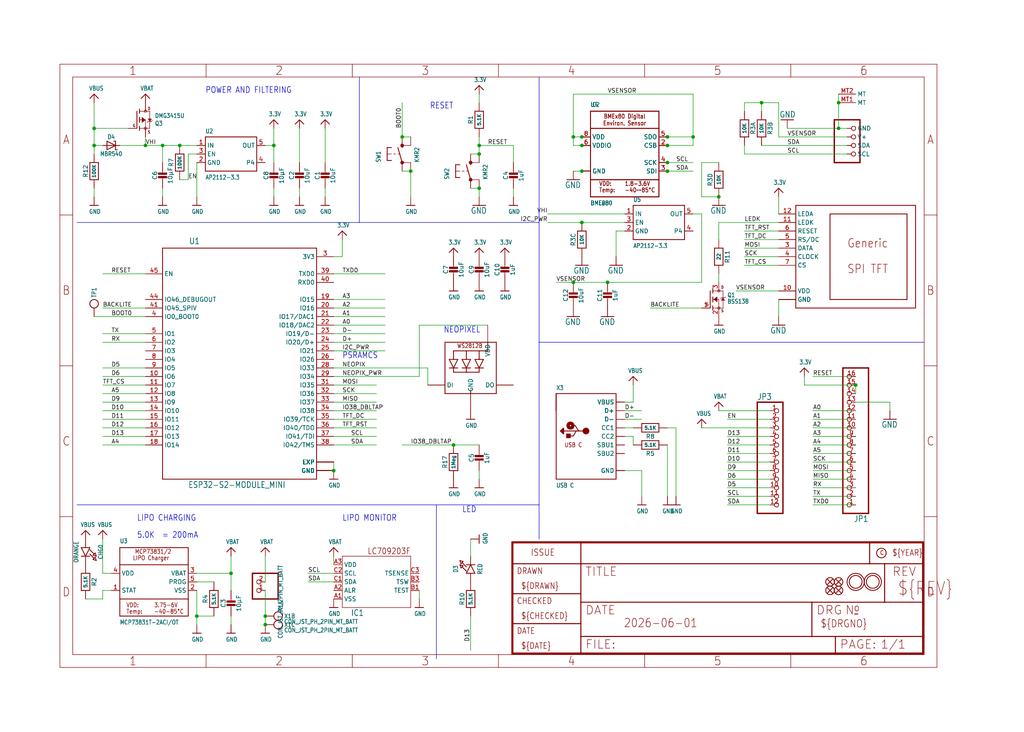
<source format=kicad_sch>
(kicad_sch (version 20230121) (generator eeschema)
  (paper "User" 303.962 217.322)
  (junction (at 27.94 43.18))
  (junction (at 198.12 50.8))
  (junction (at 226.06 30.48))
  (junction (at 142.24 43.18))
  (junction (at 254 114.3))
  (junction (at 81.28 43.18))
  (junction (at 48.26 43.18))
  (junction (at 198.12 40.64))
  (junction (at 248.92 30.48))
  (junction (at 119.38 40.64))
  (junction (at 121.92 50.8))
  (junction (at 78.74 185.42))
  (junction (at 142.24 45.72))
  (junction (at 27.94 38.1))
  (junction (at 142.24 55.88))
  (junction (at 180.34 83.82))
  (junction (at 53.34 43.18))
  (junction (at 172.72 43.18))
  (junction (at 99.06 139.7))
  (junction (at 170.18 40.64))
  (junction (at 170.18 83.82))
  (junction (at 172.72 40.64))
  (junction (at 58.42 182.88))
  (junction (at 68.58 170.18))
  (junction (at 248.92 38.1))
  (junction (at 134.62 132.08))
  (junction (at 78.74 182.88))
  (junction (at 213.36 58.42))
  (junction (at 172.72 66.04))
  (junction (at 198.12 48.26))
  (junction (at 172.72 50.8))
  (junction (at 205.74 40.64))
  (junction (at 43.18 43.18))
  (junction (at 198.12 43.18))
  (wire (pts (xy 200.66 127) (xy 200.66 147.32)) (stroke (width 0.1524)))
  (wire (pts (xy 30.48 177.8) (xy 30.48 175.26)) (stroke (width 0.1524)))
  (wire (pts (xy 208.28 58.42) (xy 208.28 48.26)) (stroke (width 0.1524)))
  (wire (pts (xy 185.42 127) (xy 187.96 127)) (stroke (width 0.1524)))
  (wire (pts (xy 53.34 43.18) (xy 48.26 43.18)) (stroke (width 0.1524)))
  (wire (pts (xy 99.06 116.84) (xy 111.76 116.84)) (stroke (width 0.1524)))
  (wire (pts (xy 27.94 45.72) (xy 27.94 43.18)) (stroke (width 0.1524)))
  (wire (pts (xy 187.96 119.38) (xy 187.96 114.3)) (stroke (width 0.1524)))
  (wire (pts (xy 213.36 81.28) (xy 213.36 83.82)) (stroke (width 0.1524)))
  (wire (pts (xy 43.18 101.6) (xy 30.48 101.6)) (stroke (width 0.1524)))
  (wire (pts (xy 99.06 104.14) (xy 114.3 104.14)) (stroke (width 0.1524)))
  (wire (pts (xy 58.42 43.18) (xy 53.34 43.18)) (stroke (width 0.1524)))
  (wire (pts (xy 215.9 137.16) (xy 228.6 137.16)) (stroke (width 0.1524)))
  (wire (pts (xy 96.52 38.1) (xy 96.52 48.26)) (stroke (width 0.1524)))
  (wire (pts (xy 190.5 139.7) (xy 185.42 139.7)) (stroke (width 0.1524)))
  (wire (pts (xy 215.9 139.7) (xy 228.6 139.7)) (stroke (width 0.1524)))
  (wire (pts (xy 170.18 50.8) (xy 172.72 50.8)) (stroke (width 0.1524)))
  (wire (pts (xy 43.18 43.18) (xy 48.26 43.18)) (stroke (width 0.1524)))
  (wire (pts (xy 238.76 111.76) (xy 238.76 114.3)) (stroke (width 0.1524)))
  (wire (pts (xy 53.34 53.34) (xy 55.88 53.34)) (stroke (width 0.1524)))
  (wire (pts (xy 208.28 83.82) (xy 208.28 63.5)) (stroke (width 0.1524)))
  (wire (pts (xy 254 144.78) (xy 241.3 144.78)) (stroke (width 0.1524)))
  (wire (pts (xy 251.46 45.72) (xy 220.98 45.72)) (stroke (width 0.1524)))
  (wire (pts (xy 182.88 68.58) (xy 182.88 76.2)) (stroke (width 0.1524)))
  (wire (pts (xy 208.28 58.42) (xy 213.36 58.42)) (stroke (width 0.1524)))
  (wire (pts (xy 231.14 30.48) (xy 226.06 30.48)) (stroke (width 0.1524)))
  (wire (pts (xy 38.1 38.1) (xy 27.94 38.1)) (stroke (width 0.1524)))
  (wire (pts (xy 170.18 27.94) (xy 205.74 27.94)) (stroke (width 0.1524)))
  (wire (pts (xy 205.74 63.5) (xy 208.28 63.5)) (stroke (width 0.1524)))
  (wire (pts (xy 228.6 144.78) (xy 215.9 144.78)) (stroke (width 0.1524)))
  (wire (pts (xy 35.56 43.18) (xy 43.18 43.18)) (stroke (width 0.1524)))
  (wire (pts (xy 99.06 101.6) (xy 114.3 101.6)) (stroke (width 0.1524)))
  (wire (pts (xy 142.24 43.18) (xy 142.24 45.72)) (stroke (width 0.1524)))
  (wire (pts (xy 99.06 88.9) (xy 114.3 88.9)) (stroke (width 0.1524)))
  (wire (pts (xy 185.42 129.54) (xy 187.96 129.54)) (stroke (width 0.1524)))
  (wire (pts (xy 264.16 119.38) (xy 264.16 121.92)) (stroke (width 0.1524)))
  (wire (pts (xy 25.4 177.8) (xy 30.48 177.8)) (stroke (width 0.1524)))
  (polyline (pts (xy 129.54 149.86) (xy 22.86 149.86)) (stroke (width 0.1524) (type solid)))
  (wire (pts (xy 205.74 27.94) (xy 205.74 40.64)) (stroke (width 0.1524)))
  (wire (pts (xy 81.28 48.26) (xy 81.28 43.18)) (stroke (width 0.1524)))
  (wire (pts (xy 99.06 132.08) (xy 111.76 132.08)) (stroke (width 0.1524)))
  (wire (pts (xy 231.14 76.2) (xy 220.98 76.2)) (stroke (width 0.1524)))
  (wire (pts (xy 215.9 149.86) (xy 228.6 149.86)) (stroke (width 0.1524)))
  (wire (pts (xy 231.14 63.5) (xy 231.14 58.42)) (stroke (width 0.1524)))
  (wire (pts (xy 248.92 27.94) (xy 248.92 30.48)) (stroke (width 0.1524)))
  (wire (pts (xy 139.7 55.88) (xy 142.24 55.88)) (stroke (width 0.1524)))
  (wire (pts (xy 119.38 50.8) (xy 121.92 50.8)) (stroke (width 0.1524)))
  (wire (pts (xy 124.46 111.76) (xy 124.46 96.52)) (stroke (width 0.1524)))
  (wire (pts (xy 96.52 55.88) (xy 96.52 58.42)) (stroke (width 0.1524)))
  (wire (pts (xy 231.14 71.12) (xy 220.98 71.12)) (stroke (width 0.1524)))
  (wire (pts (xy 43.18 40.64) (xy 43.18 43.18)) (stroke (width 0.1524)))
  (wire (pts (xy 81.28 55.88) (xy 81.28 58.42)) (stroke (width 0.1524)))
  (wire (pts (xy 172.72 66.04) (xy 162.56 66.04)) (stroke (width 0.1524)))
  (polyline (pts (xy 22.86 66.04) (xy 106.68 66.04)) (stroke (width 0.1524) (type solid)))
  (wire (pts (xy 215.9 132.08) (xy 228.6 132.08)) (stroke (width 0.1524)))
  (polyline (pts (xy 160.02 66.04) (xy 106.68 66.04)) (stroke (width 0.1524) (type solid)))
  (wire (pts (xy 228.6 134.62) (xy 215.9 134.62)) (stroke (width 0.1524)))
  (wire (pts (xy 68.58 165.1) (xy 68.58 170.18)) (stroke (width 0.1524)))
  (wire (pts (xy 139.7 182.88) (xy 139.7 193.04)) (stroke (width 0.1524)))
  (wire (pts (xy 231.14 86.36) (xy 218.44 86.36)) (stroke (width 0.1524)))
  (wire (pts (xy 43.18 129.54) (xy 30.48 129.54)) (stroke (width 0.1524)))
  (wire (pts (xy 78.74 185.42) (xy 78.74 182.88)) (stroke (width 0.1524)))
  (wire (pts (xy 198.12 48.26) (xy 205.74 48.26)) (stroke (width 0.1524)))
  (wire (pts (xy 170.18 40.64) (xy 170.18 27.94)) (stroke (width 0.1524)))
  (wire (pts (xy 241.3 147.32) (xy 254 147.32)) (stroke (width 0.1524)))
  (wire (pts (xy 30.48 160.02) (xy 30.48 170.18)) (stroke (width 0.1524)))
  (wire (pts (xy 180.34 83.82) (xy 208.28 83.82)) (stroke (width 0.1524)))
  (polyline (pts (xy 160.02 101.6) (xy 160.02 66.04)) (stroke (width 0.1524) (type solid)))
  (wire (pts (xy 119.38 40.64) (xy 121.92 40.64)) (stroke (width 0.1524)))
  (wire (pts (xy 205.74 40.64) (xy 205.74 43.18)) (stroke (width 0.1524)))
  (wire (pts (xy 55.88 45.72) (xy 58.42 45.72)) (stroke (width 0.1524)))
  (wire (pts (xy 91.44 172.72) (xy 99.06 172.72)) (stroke (width 0.1524)))
  (polyline (pts (xy 160.02 160.02) (xy 160.02 149.86)) (stroke (width 0.1524) (type solid)))
  (wire (pts (xy 165.1 83.82) (xy 170.18 83.82)) (stroke (width 0.1524)))
  (polyline (pts (xy 160.02 66.04) (xy 160.02 22.86)) (stroke (width 0.1524) (type solid)))
  (wire (pts (xy 254 134.62) (xy 241.3 134.62)) (stroke (width 0.1524)))
  (wire (pts (xy 111.76 124.46) (xy 99.06 124.46)) (stroke (width 0.1524)))
  (wire (pts (xy 43.18 132.08) (xy 30.48 132.08)) (stroke (width 0.1524)))
  (wire (pts (xy 88.9 55.88) (xy 88.9 58.42)) (stroke (width 0.1524)))
  (wire (pts (xy 99.06 96.52) (xy 114.3 96.52)) (stroke (width 0.1524)))
  (wire (pts (xy 68.58 175.26) (xy 68.58 170.18)) (stroke (width 0.1524)))
  (wire (pts (xy 142.24 142.24) (xy 142.24 139.7)) (stroke (width 0.1524)))
  (wire (pts (xy 198.12 132.08) (xy 198.12 147.32)) (stroke (width 0.1524)))
  (wire (pts (xy 185.42 68.58) (xy 182.88 68.58)) (stroke (width 0.1524)))
  (wire (pts (xy 124.46 96.52) (xy 144.78 96.52)) (stroke (width 0.1524)))
  (wire (pts (xy 99.06 114.3) (xy 111.76 114.3)) (stroke (width 0.1524)))
  (wire (pts (xy 228.6 127) (xy 208.28 127)) (stroke (width 0.1524)))
  (wire (pts (xy 142.24 27.94) (xy 142.24 30.48)) (stroke (width 0.1524)))
  (wire (pts (xy 152.4 58.42) (xy 152.4 55.88)) (stroke (width 0.1524)))
  (wire (pts (xy 254 121.92) (xy 241.3 121.92)) (stroke (width 0.1524)))
  (wire (pts (xy 254 124.46) (xy 241.3 124.46)) (stroke (width 0.1524)))
  (wire (pts (xy 231.14 73.66) (xy 220.98 73.66)) (stroke (width 0.1524)))
  (wire (pts (xy 185.42 63.5) (xy 162.56 63.5)) (stroke (width 0.1524)))
  (wire (pts (xy 99.06 76.2) (xy 101.6 76.2)) (stroke (width 0.1524)))
  (wire (pts (xy 213.36 66.04) (xy 231.14 66.04)) (stroke (width 0.1524)))
  (wire (pts (xy 198.12 43.18) (xy 205.74 43.18)) (stroke (width 0.1524)))
  (wire (pts (xy 99.06 119.38) (xy 111.76 119.38)) (stroke (width 0.1524)))
  (wire (pts (xy 81.28 43.18) (xy 81.28 38.1)) (stroke (width 0.1524)))
  (wire (pts (xy 142.24 40.64) (xy 142.24 43.18)) (stroke (width 0.1524)))
  (wire (pts (xy 251.46 43.18) (xy 226.06 43.18)) (stroke (width 0.1524)))
  (wire (pts (xy 99.06 121.92) (xy 111.76 121.92)) (stroke (width 0.1524)))
  (wire (pts (xy 99.06 93.98) (xy 114.3 93.98)) (stroke (width 0.1524)))
  (polyline (pts (xy 106.68 66.04) (xy 106.68 22.86)) (stroke (width 0.1524) (type solid)))
  (wire (pts (xy 43.18 81.28) (xy 30.48 81.28)) (stroke (width 0.1524)))
  (wire (pts (xy 27.94 43.18) (xy 27.94 38.1)) (stroke (width 0.1524)))
  (wire (pts (xy 78.74 182.88) (xy 78.74 175.26)) (stroke (width 0.1524)))
  (wire (pts (xy 142.24 43.18) (xy 152.4 43.18)) (stroke (width 0.1524)))
  (polyline (pts (xy 160.02 149.86) (xy 129.54 149.86)) (stroke (width 0.1524) (type solid)))
  (wire (pts (xy 254 116.84) (xy 254 114.3)) (stroke (width 0.1524)))
  (wire (pts (xy 231.14 40.64) (xy 251.46 40.64)) (stroke (width 0.1524)))
  (wire (pts (xy 220.98 45.72) (xy 220.98 43.18)) (stroke (width 0.1524)))
  (wire (pts (xy 99.06 170.18) (xy 91.44 170.18)) (stroke (width 0.1524)))
  (wire (pts (xy 228.6 129.54) (xy 215.9 129.54)) (stroke (width 0.1524)))
  (polyline (pts (xy 160.02 149.86) (xy 160.02 101.6)) (stroke (width 0.1524) (type solid)))
  (wire (pts (xy 241.3 129.54) (xy 254 129.54)) (stroke (width 0.1524)))
  (wire (pts (xy 172.72 40.64) (xy 170.18 40.64)) (stroke (width 0.1524)))
  (wire (pts (xy 121.92 50.8) (xy 121.92 58.42)) (stroke (width 0.1524)))
  (wire (pts (xy 248.92 30.48) (xy 248.92 38.1)) (stroke (width 0.1524)))
  (wire (pts (xy 58.42 172.72) (xy 63.5 172.72)) (stroke (width 0.1524)))
  (wire (pts (xy 119.38 40.64) (xy 119.38 30.48)) (stroke (width 0.1524)))
  (wire (pts (xy 226.06 30.48) (xy 226.06 33.02)) (stroke (width 0.1524)))
  (wire (pts (xy 30.48 99.06) (xy 43.18 99.06)) (stroke (width 0.1524)))
  (wire (pts (xy 99.06 129.54) (xy 111.76 129.54)) (stroke (width 0.1524)))
  (wire (pts (xy 55.88 53.34) (xy 55.88 45.72)) (stroke (width 0.1524)))
  (wire (pts (xy 43.18 91.44) (xy 30.48 91.44)) (stroke (width 0.1524)))
  (wire (pts (xy 190.5 147.32) (xy 190.5 139.7)) (stroke (width 0.1524)))
  (wire (pts (xy 43.18 116.84) (xy 30.48 116.84)) (stroke (width 0.1524)))
  (wire (pts (xy 142.24 45.72) (xy 139.7 45.72)) (stroke (width 0.1524)))
  (wire (pts (xy 254 119.38) (xy 264.16 119.38)) (stroke (width 0.1524)))
  (wire (pts (xy 99.06 81.28) (xy 114.3 81.28)) (stroke (width 0.1524)))
  (wire (pts (xy 58.42 182.88) (xy 58.42 185.42)) (stroke (width 0.1524)))
  (wire (pts (xy 215.9 142.24) (xy 228.6 142.24)) (stroke (width 0.1524)))
  (wire (pts (xy 99.06 109.22) (xy 127 109.22)) (stroke (width 0.1524)))
  (polyline (pts (xy 129.54 149.86) (xy 129.54 195.58)) (stroke (width 0.1524) (type solid)))
  (wire (pts (xy 99.06 91.44) (xy 114.3 91.44)) (stroke (width 0.1524)))
  (wire (pts (xy 213.36 66.04) (xy 213.36 71.12)) (stroke (width 0.1524)))
  (wire (pts (xy 27.94 38.1) (xy 27.94 30.48)) (stroke (width 0.1524)))
  (wire (pts (xy 198.12 50.8) (xy 205.74 50.8)) (stroke (width 0.1524)))
  (wire (pts (xy 43.18 124.46) (xy 30.48 124.46)) (stroke (width 0.1524)))
  (wire (pts (xy 58.42 170.18) (xy 68.58 170.18)) (stroke (width 0.1524)))
  (wire (pts (xy 127 109.22) (xy 127 114.3)) (stroke (width 0.1524)))
  (wire (pts (xy 254 132.08) (xy 241.3 132.08)) (stroke (width 0.1524)))
  (wire (pts (xy 99.06 99.06) (xy 114.3 99.06)) (stroke (width 0.1524)))
  (wire (pts (xy 30.48 175.26) (xy 33.02 175.26)) (stroke (width 0.1524)))
  (wire (pts (xy 185.42 119.38) (xy 187.96 119.38)) (stroke (width 0.1524)))
  (wire (pts (xy 63.5 182.88) (xy 58.42 182.88)) (stroke (width 0.1524)))
  (wire (pts (xy 185.42 121.92) (xy 190.5 121.92)) (stroke (width 0.1524)))
  (wire (pts (xy 248.92 38.1) (xy 233.68 38.1)) (stroke (width 0.1524)))
  (wire (pts (xy 139.7 165.1) (xy 139.7 160.02)) (stroke (width 0.1524)))
  (wire (pts (xy 231.14 68.58) (xy 220.98 68.58)) (stroke (width 0.1524)))
  (wire (pts (xy 228.6 147.32) (xy 215.9 147.32)) (stroke (width 0.1524)))
  (wire (pts (xy 78.74 43.18) (xy 81.28 43.18)) (stroke (width 0.1524)))
  (wire (pts (xy 30.48 111.76) (xy 43.18 111.76)) (stroke (width 0.1524)))
  (wire (pts (xy 220.98 30.48) (xy 226.06 30.48)) (stroke (width 0.1524)))
  (wire (pts (xy 68.58 182.88) (xy 68.58 185.42)) (stroke (width 0.1524)))
  (wire (pts (xy 134.62 132.08) (xy 119.38 132.08)) (stroke (width 0.1524)))
  (wire (pts (xy 170.18 43.18) (xy 170.18 40.64)) (stroke (width 0.1524)))
  (wire (pts (xy 254 139.7) (xy 241.3 139.7)) (stroke (width 0.1524)))
  (wire (pts (xy 30.48 121.92) (xy 43.18 121.92)) (stroke (width 0.1524)))
  (wire (pts (xy 254 149.86) (xy 241.3 149.86)) (stroke (width 0.1524)))
  (wire (pts (xy 241.3 142.24) (xy 254 142.24)) (stroke (width 0.1524)))
  (wire (pts (xy 198.12 127) (xy 200.66 127)) (stroke (width 0.1524)))
  (wire (pts (xy 30.48 127) (xy 43.18 127)) (stroke (width 0.1524)))
  (wire (pts (xy 43.18 114.3) (xy 30.48 114.3)) (stroke (width 0.1524)))
  (wire (pts (xy 99.06 127) (xy 111.76 127)) (stroke (width 0.1524)))
  (wire (pts (xy 30.48 43.18) (xy 27.94 43.18)) (stroke (width 0.1524)))
  (wire (pts (xy 215.9 124.46) (xy 228.6 124.46)) (stroke (width 0.1524)))
  (wire (pts (xy 99.06 165.1) (xy 99.06 167.64)) (stroke (width 0.1524)))
  (wire (pts (xy 254 111.76) (xy 241.3 111.76)) (stroke (width 0.1524)))
  (wire (pts (xy 185.42 66.04) (xy 172.72 66.04)) (stroke (width 0.1524)))
  (wire (pts (xy 78.74 165.1) (xy 78.74 172.72)) (stroke (width 0.1524)))
  (wire (pts (xy 99.06 111.76) (xy 124.46 111.76)) (stroke (width 0.1524)))
  (wire (pts (xy 213.36 121.92) (xy 228.6 121.92)) (stroke (width 0.1524)))
  (wire (pts (xy 172.72 43.18) (xy 170.18 43.18)) (stroke (width 0.1524)))
  (wire (pts (xy 48.26 55.88) (xy 48.26 58.42)) (stroke (width 0.1524)))
  (wire (pts (xy 142.24 55.88) (xy 142.24 58.42)) (stroke (width 0.1524)))
  (wire (pts (xy 124.46 177.8) (xy 124.46 175.26)) (stroke (width 0.1524)))
  (wire (pts (xy 185.42 124.46) (xy 190.5 124.46)) (stroke (width 0.1524)))
  (wire (pts (xy 43.18 93.98) (xy 27.94 93.98)) (stroke (width 0.1524)))
  (wire (pts (xy 231.14 78.74) (xy 220.98 78.74)) (stroke (width 0.1524)))
  (wire (pts (xy 170.18 83.82) (xy 180.34 83.82)) (stroke (width 0.1524)))
  (wire (pts (xy 43.18 109.22) (xy 30.48 109.22)) (stroke (width 0.1524)))
  (wire (pts (xy 152.4 48.26) (xy 152.4 43.18)) (stroke (width 0.1524)))
  (wire (pts (xy 254 127) (xy 241.3 127)) (stroke (width 0.1524)))
  (wire (pts (xy 58.42 175.26) (xy 58.42 182.88)) (stroke (width 0.1524)))
  (wire (pts (xy 43.18 119.38) (xy 30.48 119.38)) (stroke (width 0.1524)))
  (wire (pts (xy 27.94 58.42) (xy 27.94 55.88)) (stroke (width 0.1524)))
  (wire (pts (xy 142.24 132.08) (xy 134.62 132.08)) (stroke (width 0.1524)))
  (wire (pts (xy 231.14 40.64) (xy 231.14 30.48)) (stroke (width 0.1524)))
  (wire (pts (xy 231.14 93.98) (xy 231.14 88.9)) (stroke (width 0.1524)))
  (wire (pts (xy 101.6 76.2) (xy 101.6 71.12)) (stroke (width 0.1524)))
  (wire (pts (xy 198.12 40.64) (xy 205.74 40.64)) (stroke (width 0.1524)))
  (wire (pts (xy 88.9 38.1) (xy 88.9 48.26)) (stroke (width 0.1524)))
  (wire (pts (xy 220.98 33.02) (xy 220.98 30.48)) (stroke (width 0.1524)))
  (wire (pts (xy 187.96 129.54) (xy 187.96 132.08)) (stroke (width 0.1524)))
  (wire (pts (xy 208.28 48.26) (xy 213.36 48.26)) (stroke (width 0.1524)))
  (wire (pts (xy 193.04 91.44) (xy 208.28 91.44)) (stroke (width 0.1524)))
  (wire (pts (xy 99.06 137.16) (xy 99.06 139.7)) (stroke (width 0.1524)))
  (polyline (pts (xy 274.32 101.6) (xy 160.02 101.6)) (stroke (width 0.1524) (type solid)))
  (wire (pts (xy 48.26 43.18) (xy 48.26 48.26)) (stroke (width 0.1524)))
  (wire (pts (xy 58.42 48.26) (xy 58.42 58.42)) (stroke (width 0.1524)))
  (wire (pts (xy 238.76 114.3) (xy 254 114.3)) (stroke (width 0.1524)))
  (wire (pts (xy 248.92 38.1) (xy 251.46 38.1)) (stroke (width 0.1524)))
  (wire (pts (xy 30.48 170.18) (xy 33.02 170.18)) (stroke (width 0.1524)))
  (wire (pts (xy 254 137.16) (xy 241.3 137.16)) (stroke (width 0.1524)))
  (text "LIPO CHARGING" (at 40.64 154.94 0) (effects (font (size 1.778 1.5113)) (justify left bottom)))
  (text "RESET" (at 134.62 30.48 0) (effects (font (size 1.778 1.5113)) (justify right top)))
  (text "PSRAMCS" (at 101.6 106.68 0) (effects (font (size 1.778 1.5113)) (justify left bottom)))
  (text "5.0K  = 200mA" (at 40.64 160.02 0) (effects (font (size 1.778 1.5113)) (justify left bottom)))
  (text "POWER AND FILTERING" (at 60.96 27.94 0) (effects (font (size 1.778 1.5113)) (justify left bottom)))
  (text "LIPO MONITOR" (at 101.6 154.94 0) (effects (font (size 1.778 1.5113)) (justify left bottom)))
  (text "NEOPIXEL" (at 137.16 99.06 0) (effects (font (size 1.778 1.5113)) (justify bottom)))
  (text "LED" (at 137.16 152.4 0) (effects (font (size 1.778 1.5113)) (justify left bottom)))
  (label "EN" (at 215.9 124.46 0) (effects (font (size 1.2446 1.2446))))
  (label "MOSI" (at 241.3 139.7 0) (effects (font (size 1.2446 1.2446))))
  (label "VHI" (at 43.18 43.18 0) (effects (font (size 1.2446 1.2446))))
  (label "A5" (at 241.3 134.62 0) (effects (font (size 1.2446 1.2446))))
  (label "RESET" (at 144.78 43.18 0) (effects (font (size 1.2446 1.2446))))
  (label "BACKLITE" (at 193.04 91.44 0) (effects (font (size 1.2446 1.2446))))
  (label "A1" (at 241.3 124.46 0) (effects (font (size 1.2446 1.2446))))
  (label "D13" (at 139.7 190.5 90) (effects (font (size 1.2446 1.2446))))
  (label "A2" (at 241.3 127 0) (effects (font (size 1.2446 1.2446))))
  (label "NEOPIX_PWR" (at 101.6 111.76 0) (effects (font (size 1.2446 1.2446))))
  (label "BOOT0" (at 33.02 93.98 0) (effects (font (size 1.2446 1.2446))))
  (label "SCK" (at 241.3 137.16 0) (effects (font (size 1.2446 1.2446))))
  (label "SCL" (at 91.44 170.18 0) (effects (font (size 1.2446 1.2446))))
  (label "MISO" (at 241.3 142.24 0) (effects (font (size 1.2446 1.2446))))
  (label "A0" (at 241.3 121.92 0) (effects (font (size 1.2446 1.2446))))
  (label "NEOPIX" (at 101.6 109.22 0) (effects (font (size 1.2446 1.2446))))
  (label "RX" (at 241.3 144.78 0) (effects (font (size 1.2446 1.2446))))
  (label "SDA" (at 104.14 132.08 0) (effects (font (size 1.2446 1.2446))))
  (label "SCL" (at 215.9 147.32 0) (effects (font (size 1.2446 1.2446))))
  (label "SCL" (at 104.14 129.54 0) (effects (font (size 1.2446 1.2446))))
  (label "D5" (at 215.9 144.78 0) (effects (font (size 1.2446 1.2446))))
  (label "SCL" (at 233.68 45.72 0) (effects (font (size 1.2446 1.2446))))
  (label "MOSI" (at 220.98 73.66 0) (effects (font (size 1.2446 1.2446))))
  (label "TFT_DC" (at 220.98 71.12 0) (effects (font (size 1.2446 1.2446))))
  (label "VSENSOR" (at 233.68 40.64 0) (effects (font (size 1.2446 1.2446))))
  (label "RESET" (at 241.3 111.76 0) (effects (font (size 1.2446 1.2446))))
  (label "SDA" (at 233.68 43.18 0) (effects (font (size 1.2446 1.2446))))
  (label "SDA" (at 200.66 50.8 0) (effects (font (size 1.2446 1.2446))))
  (label "D5" (at 33.02 109.22 0) (effects (font (size 1.2446 1.2446))))
  (label "TFT_CS" (at 220.98 78.74 0) (effects (font (size 1.2446 1.2446))))
  (label "MISO" (at 101.6 119.38 0) (effects (font (size 1.2446 1.2446))))
  (label "A3" (at 101.6 88.9 0) (effects (font (size 1.2446 1.2446))))
  (label "RESET" (at 33.02 81.28 0) (effects (font (size 1.2446 1.2446))))
  (label "MOSI" (at 101.6 114.3 0) (effects (font (size 1.2446 1.2446))))
  (label "TFT_RST" (at 101.6 127 0) (effects (font (size 1.2446 1.2446))))
  (label "VSENSOR" (at 180.34 27.94 0) (effects (font (size 1.2446 1.2446))))
  (label "D12" (at 33.02 127 0) (effects (font (size 1.2446 1.2446))))
  (label "SDA" (at 91.44 172.72 0) (effects (font (size 1.2446 1.2446))))
  (label "A5" (at 33.02 116.84 0) (effects (font (size 1.2446 1.2446))))
  (label "EN" (at 55.88 53.34 0) (effects (font (size 1.2446 1.2446))))
  (label "D9" (at 215.9 139.7 0) (effects (font (size 1.2446 1.2446))))
  (label "BOOT0" (at 119.38 38.1 90) (effects (font (size 1.2446 1.2446))))
  (label "I2C_PWR" (at 101.6 104.14 0) (effects (font (size 1.2446 1.2446))))
  (label "SDA" (at 215.9 149.86 0) (effects (font (size 1.2446 1.2446))))
  (label "D11" (at 33.02 124.46 0) (effects (font (size 1.2446 1.2446))))
  (label "D11" (at 215.9 134.62 0) (effects (font (size 1.2446 1.2446))))
  (label "A3" (at 241.3 129.54 0) (effects (font (size 1.2446 1.2446))))
  (label "RX" (at 33.02 101.6 0) (effects (font (size 1.2446 1.2446))))
  (label "D6" (at 215.9 142.24 0) (effects (font (size 1.2446 1.2446))))
  (label "TFT_CS" (at 30.48 114.3 0) (effects (font (size 1.2446 1.2446))))
  (label "D+" (at 185.42 121.92 0) (effects (font (size 1.2446 1.2446))))
  (label "SCL" (at 200.66 48.26 0) (effects (font (size 1.2446 1.2446))))
  (label "A2" (at 101.6 91.44 0) (effects (font (size 1.2446 1.2446))))
  (label "SCK" (at 101.6 116.84 0) (effects (font (size 1.2446 1.2446))))
  (label "D10" (at 215.9 137.16 0) (effects (font (size 1.2446 1.2446))))
  (label "VSENSOR" (at 218.44 86.36 0) (effects (font (size 1.2446 1.2446))))
  (label "TFT_RST" (at 220.98 68.58 0) (effects (font (size 1.2446 1.2446))))
  (label "IO38_DBLTAP" (at 101.6 121.92 0) (effects (font (size 1.2446 1.2446))))
  (label "A1" (at 101.6 93.98 0) (effects (font (size 1.2446 1.2446))))
  (label "I2C_PWR" (at 162.56 66.04 180) (effects (font (size 1.2446 1.2446))))
  (label "D9" (at 33.02 119.38 0) (effects (font (size 1.2446 1.2446))))
  (label "SCK" (at 220.98 76.2 0) (effects (font (size 1.2446 1.2446))))
  (label "D6" (at 33.02 111.76 0) (effects (font (size 1.2446 1.2446))))
  (label "D12" (at 215.9 132.08 0) (effects (font (size 1.2446 1.2446))))
  (label "TX" (at 33.02 99.06 0) (effects (font (size 1.2446 1.2446))))
  (label "D-" (at 101.6 99.06 0) (effects (font (size 1.2446 1.2446))))
  (label "TFT_DC" (at 101.6 124.46 0) (effects (font (size 1.2446 1.2446))))
  (label "A4" (at 33.02 132.08 0) (effects (font (size 1.2446 1.2446))))
  (label "TXD0" (at 101.6 81.28 0) (effects (font (size 1.2446 1.2446))))
  (label "D+" (at 101.6 101.6 0) (effects (font (size 1.2446 1.2446))))
  (label "A0" (at 101.6 96.52 0) (effects (font (size 1.2446 1.2446))))
  (label "TXD0" (at 241.3 149.86 0) (effects (font (size 1.2446 1.2446))))
  (label "TX" (at 241.3 147.32 0) (effects (font (size 1.2446 1.2446))))
  (label "D10" (at 33.02 121.92 0) (effects (font (size 1.2446 1.2446))))
  (label "BACKLITE" (at 30.48 91.44 0) (effects (font (size 1.2446 1.2446))))
  (label "IO38_DBLTAP" (at 121.92 132.08 0) (effects (font (size 1.2446 1.2446))))
  (label "D-" (at 185.42 124.46 0) (effects (font (size 1.2446 1.2446))))
  (label "D13" (at 215.9 129.54 0) (effects (font (size 1.2446 1.2446))))
  (label "LEDK" (at 220.98 66.04 0) (effects (font (size 1.2446 1.2446))))
  (label "VSENSOR" (at 165.1 83.82 0) (effects (font (size 1.2446 1.2446))))
  (label "VHI" (at 162.56 63.5 180) (effects (font (size 1.2446 1.2446))))
  (label "A4" (at 241.3 132.08 0) (effects (font (size 1.2446 1.2446))))
  (label "D13" (at 33.02 129.54 0) (effects (font (size 1.2446 1.2446))))
  (symbol (lib_id "working-eagle-import:3.3V") (at 142.24 73.66 0) (unit 1)
    (property "Reference" "#U$43" (effects hide))
    (property "Value" "3.3V" (at 140.716 72.644 0) (effects (font (size 1.27 1.0795)) (justify left bottom)))
  )
  (symbol (lib_id "working-eagle-import:3.3V") (at 88.9 35.56 0) (unit 1)
    (property "Reference" "#U$24" (effects hide))
    (property "Value" "3.3V" (at 87.376 34.544 0) (effects (font (size 1.27 1.0795)) (justify left bottom)))
  )
  (symbol (lib_id "working-eagle-import:USB_C") (at 175.26 129.54 0) (unit 1)
    (property "Reference" "X3" (at 165.1 115.824 0) (effects (font (size 1.27 1.0795)) (justify left bottom)))
    (property "Value" "USB C" (at 165.1 144.78 0) (effects (font (size 1.27 1.0795)) (justify left bottom)))
    (property "Footprint" "working:USB_C_CUSB31-CFM2AX-01-X" (effects hide))
  )
  (symbol (lib_id "working-eagle-import:RESISTOR_4PACK") (at 213.36 53.34 90) (unit 4)
    (property "Reference" "R3" (at 210.82 53.34 0))
    (property "Value" "10K" (at 213.36 53.34 0) (effects (font (size 1.016 1.016) bold)))
    (property "Footprint" "working:RESPACK_4X0603" (effects hide))
  )
  (symbol (lib_id "working-eagle-import:MOSFET-NREFLOW") (at 210.82 88.9 0) (unit 1)
    (property "Reference" "Q1" (at 215.9 88.265 0) (effects (font (size 1.27 1.0795)) (justify left bottom)))
    (property "Value" "BSS138" (at 215.9 90.17 0) (effects (font (size 1.27 1.0795)) (justify left bottom)))
    (property "Footprint" "working:SOT23-R" (effects hide))
  )
  (symbol (lib_id "working-eagle-import:GND") (at 213.36 96.52 0) (unit 1)
    (property "Reference" "#U$57" (effects hide))
    (property "Value" "GND" (at 211.836 99.06 0) (effects (font (size 1.27 1.0795)) (justify left bottom)))
  )
  (symbol (lib_id "working-eagle-import:VBAT") (at 99.06 162.56 0) (unit 1)
    (property "Reference" "#U$18" (effects hide))
    (property "Value" "VBAT" (at 97.536 161.544 0) (effects (font (size 1.27 1.0795)) (justify left bottom)))
  )
  (symbol (lib_id "working-eagle-import:STEMMA_I2C_QTRA") (at 248.92 30.48 0) (unit 2)
    (property "Reference" "CONN1" (effects hide))
    (property "Value" "STEMMA_I2C_QTRA" (effects hide))
    (property "Footprint" "working:JST_SH4_RA" (effects hide))
  )
  (symbol (lib_id "working-eagle-import:GND") (at 99.06 180.34 0) (unit 1)
    (property "Reference" "#U$48" (effects hide))
    (property "Value" "GND" (at 97.536 182.88 0) (effects (font (size 1.27 1.0795)) (justify left bottom)))
  )
  (symbol (lib_id "working-eagle-import:RESISTOR_0603_NOOUT") (at 134.62 137.16 90) (unit 1)
    (property "Reference" "R17" (at 132.08 137.16 0))
    (property "Value" "1Meg" (at 134.62 137.16 0) (effects (font (size 1.016 1.016) bold)))
    (property "Footprint" "working:0603-NO" (effects hide))
  )
  (symbol (lib_id "working-eagle-import:BME280") (at 185.42 45.72 0) (unit 1)
    (property "Reference" "U4" (at 175.26 31.75 0) (effects (font (size 1.27 1.0795)) (justify left bottom)))
    (property "Value" "BME280" (at 175.26 60.96 0) (effects (font (size 1.27 1.0795)) (justify left bottom)))
    (property "Footprint" "working:BME280" (effects hide))
  )
  (symbol (lib_id "working-eagle-import:GND") (at 134.62 86.36 0) (unit 1)
    (property "Reference" "#U$45" (effects hide))
    (property "Value" "GND" (at 133.096 88.9 0) (effects (font (size 1.27 1.0795)) (justify left bottom)))
  )
  (symbol (lib_id "working-eagle-import:GND") (at 134.62 144.78 0) (unit 1)
    (property "Reference" "#U$26" (effects hide))
    (property "Value" "GND" (at 133.096 147.32 0) (effects (font (size 1.27 1.0795)) (justify left bottom)))
  )
  (symbol (lib_id "working-eagle-import:3.3V") (at 149.86 73.66 0) (unit 1)
    (property "Reference" "#U$44" (effects hide))
    (property "Value" "3.3V" (at 148.336 72.644 0) (effects (font (size 1.27 1.0795)) (justify left bottom)))
  )
  (symbol (lib_id "working-eagle-import:GND") (at 124.46 180.34 0) (unit 1)
    (property "Reference" "#U$50" (effects hide))
    (property "Value" "GND" (at 122.936 182.88 0) (effects (font (size 1.27 1.0795)) (justify left bottom)))
  )
  (symbol (lib_id "working-eagle-import:CAP_CERAMIC0603_NO") (at 142.24 137.16 0) (unit 1)
    (property "Reference" "C5" (at 139.95 135.91 90))
    (property "Value" "1uF" (at 144.54 135.91 90))
    (property "Footprint" "working:0603-NO" (effects hide))
  )
  (symbol (lib_id "working-eagle-import:WS2812B_SK6805_1515") (at 139.7 111.76 0) (unit 1)
    (property "Reference" "LED1" (effects hide))
    (property "Value" "WS2812B_SK6805_1515" (effects hide))
    (property "Footprint" "working:SK6805_1515" (effects hide))
  )
  (symbol (lib_id "working-eagle-import:MCP73831/2") (at 45.72 172.72 0) (unit 1)
    (property "Reference" "U3" (at 35.56 161.29 0) (effects (font (size 1.27 1.0795)) (justify left bottom)))
    (property "Value" "MCP73831T-2ACI/OT" (at 35.56 185.42 0) (effects (font (size 1.27 1.0795)) (justify left bottom)))
    (property "Footprint" "working:SOT23-5" (effects hide))
  )
  (symbol (lib_id "working-eagle-import:GND") (at 48.26 60.96 0) (unit 1)
    (property "Reference" "#U$27" (effects hide))
    (property "Value" "GND" (at 46.736 63.5 0) (effects (font (size 1.27 1.0795)) (justify left bottom)))
  )
  (symbol (lib_id "working-eagle-import:ESP32-S2-MODULE_MINI") (at 71.12 106.68 0) (unit 1)
    (property "Reference" "U1" (at 56.0841 72.5455 0) (effects (font (size 1.778 1.5113)) (justify left bottom)))
    (property "Value" "ESP32-S2-MODULE_MINI" (at 55.8333 144.8881 0) (effects (font (size 1.778 1.5113)) (justify left bottom)))
    (property "Footprint" "working:QFN60_ESP32-S2-MINI-1_EXP" (effects hide))
  )
  (symbol (lib_id "working-eagle-import:LED0603_NOOUTLINE") (at 139.7 167.64 90) (unit 1)
    (property "Reference" "D3" (at 135.255 168.91 0) (effects (font (size 1.27 1.0795))))
    (property "Value" "RED" (at 142.494 168.91 0) (effects (font (size 1.27 1.0795))))
    (property "Footprint" "working:CHIPLED_0603_NOOUTLINE" (effects hide))
  )
  (symbol (lib_id "working-eagle-import:RESISTOR_0603_NOOUT") (at 193.04 127 180) (unit 1)
    (property "Reference" "R8" (at 193.04 129.54 0))
    (property "Value" "5.1K" (at 193.04 127 0) (effects (font (size 1.016 1.016) bold)))
    (property "Footprint" "working:0603-NO" (effects hide))
  )
  (symbol (lib_id "working-eagle-import:supply1_GND") (at 172.72 78.74 0) (unit 1)
    (property "Reference" "#GND8" (effects hide))
    (property "Value" "GND" (at 170.18 81.28 0) (effects (font (size 1.778 1.5113)) (justify left bottom)))
  )
  (symbol (lib_id "working-eagle-import:3.3V") (at 96.52 35.56 0) (unit 1)
    (property "Reference" "#U$2" (effects hide))
    (property "Value" "3.3V" (at 94.996 34.544 0) (effects (font (size 1.27 1.0795)) (justify left bottom)))
  )
  (symbol (lib_id "working-eagle-import:RESISTOR_4PACK") (at 220.98 38.1 270) (unit 1)
    (property "Reference" "R3" (at 223.52 38.1 0))
    (property "Value" "10K" (at 220.98 38.1 0) (effects (font (size 1.016 1.016) bold)))
    (property "Footprint" "working:RESPACK_4X0603" (effects hide))
  )
  (symbol (lib_id "working-eagle-import:VBAT") (at 43.18 27.94 0) (unit 1)
    (property "Reference" "#U$21" (effects hide))
    (property "Value" "VBAT" (at 41.656 26.924 0) (effects (font (size 1.27 1.0795)) (justify left bottom)))
  )
  (symbol (lib_id "working-eagle-import:supply1_GND") (at 170.18 93.98 0) (unit 1)
    (property "Reference" "#GND7" (effects hide))
    (property "Value" "GND" (at 167.64 96.52 0) (effects (font (size 1.778 1.5113)) (justify left bottom)))
  )
  (symbol (lib_id "working-eagle-import:GND") (at 99.06 142.24 0) (unit 1)
    (property "Reference" "#U$37" (effects hide))
    (property "Value" "GND" (at 97.536 144.78 0) (effects (font (size 1.27 1.0795)) (justify left bottom)))
  )
  (symbol (lib_id "working-eagle-import:supply1_GND") (at 170.18 53.34 0) (unit 1)
    (property "Reference" "#GND2" (effects hide))
    (property "Value" "GND" (at 167.64 55.88 0) (effects (font (size 1.778 1.5113)) (justify left bottom)))
  )
  (symbol (lib_id "working-eagle-import:CAP_CERAMIC0805-NOOUTLINE") (at 88.9 53.34 0) (unit 1)
    (property "Reference" "C2" (at 86.61 52.09 90))
    (property "Value" "10uF" (at 91.2 52.09 90))
    (property "Footprint" "working:0805-NO" (effects hide))
  )
  (symbol (lib_id "working-eagle-import:CAP_CERAMIC0603_NO") (at 152.4 53.34 0) (unit 1)
    (property "Reference" "C4" (at 150.11 52.09 90))
    (property "Value" "1uF" (at 154.7 52.09 90))
    (property "Footprint" "working:0603-NO" (effects hide))
  )
  (symbol (lib_id "working-eagle-import:GND") (at 152.4 60.96 0) (unit 1)
    (property "Reference" "#U$42" (effects hide))
    (property "Value" "GND" (at 150.876 63.5 0) (effects (font (size 1.27 1.0795)) (justify left bottom)))
  )
  (symbol (lib_id "working-eagle-import:GND") (at 139.7 124.46 0) (unit 1)
    (property "Reference" "#U$13" (effects hide))
    (property "Value" "GND" (at 138.176 127 0) (effects (font (size 1.27 1.0795)) (justify left bottom)))
  )
  (symbol (lib_id "working-eagle-import:GND") (at 27.94 60.96 0) (unit 1)
    (property "Reference" "#U$25" (effects hide))
    (property "Value" "GND" (at 26.416 63.5 0) (effects (font (size 1.27 1.0795)) (justify left bottom)))
  )
  (symbol (lib_id "working-eagle-import:SWITCH_TACT_SMT4.6X2.8") (at 119.38 45.72 90) (unit 1)
    (property "Reference" "SW1" (at 113.03 48.26 0) (effects (font (size 1.27 1.0795)) (justify left bottom)))
    (property "Value" "KMR2" (at 124.46 48.26 0) (effects (font (size 1.27 1.0795)) (justify left bottom)))
    (property "Footprint" "working:BTN_KMR2_4.6X2.8" (effects hide))
  )
  (symbol (lib_id "working-eagle-import:GND") (at 58.42 187.96 0) (unit 1)
    (property "Reference" "#U$36" (effects hide))
    (property "Value" "GND" (at 56.896 190.5 0) (effects (font (size 1.27 1.0795)) (justify left bottom)))
  )
  (symbol (lib_id "working-eagle-import:GND") (at 200.66 149.86 0) (unit 1)
    (property "Reference" "#U$12" (effects hide))
    (property "Value" "GND" (at 199.136 152.4 0) (effects (font (size 1.27 1.0795)) (justify left bottom)))
  )
  (symbol (lib_id "working-eagle-import:HEADER-1X16_MIN") (at 251.46 132.08 180) (unit 1)
    (property "Reference" "JP1" (at 257.81 153.035 0) (effects (font (size 1.778 1.5113)) (justify left bottom)))
    (property "Value" "HEADER-1X16_MIN" (effects hide))
    (property "Footprint" "working:1X16_ROUND_MIN" (effects hide))
  )
  (symbol (lib_id "working-eagle-import:TESTPOINTROUND1.5MMNO") (at 27.94 93.98 0) (unit 1)
    (property "Reference" "TP1" (at 27.94 88.392 90) (effects (font (size 1.27 1.0795)) (justify left)))
    (property "Value" "TESTPOINTROUND1.5MMNO" (effects hide))
    (property "Footprint" "working:TESTPOINT_ROUND_1.5MM_NO" (effects hide))
  )
  (symbol (lib_id "working-eagle-import:CON_JST_PH_2PIN_MT_BATT") (at 76.2 172.72 180) (unit 1)
    (property "Reference" "X1" (at 82.55 178.435 90) (effects (font (size 1.27 1.0795)) (justify left bottom)))
    (property "Value" "CON_JST_PH_2PIN_MT_BATT" (at 82.55 167.64 90) (effects (font (size 1.27 1.0795)) (justify left bottom)))
    (property "Footprint" "working:JSTPH2_BATT" (effects hide))
  )
  (symbol (lib_id "working-eagle-import:3.3V") (at 101.6 68.58 0) (unit 1)
    (property "Reference" "#U$11" (effects hide))
    (property "Value" "3.3V" (at 100.076 67.564 0) (effects (font (size 1.27 1.0795)) (justify left bottom)))
  )
  (symbol (lib_id "working-eagle-import:RESISTOR_4PACK") (at 226.06 38.1 270) (unit 2)
    (property "Reference" "R3" (at 228.6 38.1 0))
    (property "Value" "10K" (at 226.06 38.1 0) (effects (font (size 1.016 1.016) bold)))
    (property "Footprint" "working:RESPACK_4X0603" (effects hide))
  )
  (symbol (lib_id "working-eagle-import:VREG_SOT23-5") (at 195.58 66.04 0) (unit 1)
    (property "Reference" "U5" (at 187.96 59.944 0) (effects (font (size 1.27 1.0795)) (justify left bottom)))
    (property "Value" "AP2112-3.3" (at 187.96 73.66 0) (effects (font (size 1.27 1.0795)) (justify left bottom)))
    (property "Footprint" "working:SOT23-5" (effects hide))
  )
  (symbol (lib_id "working-eagle-import:3.3V") (at 231.14 55.88 0) (unit 1)
    (property "Reference" "#U$53" (effects hide))
    (property "Value" "3.3V" (at 229.616 54.864 0) (effects (font (size 1.27 1.0795)) (justify left bottom)))
  )
  (symbol (lib_id "working-eagle-import:VBUS") (at 208.28 124.46 0) (unit 1)
    (property "Reference" "#U$19" (effects hide))
    (property "Value" "VBUS" (at 206.756 123.444 0) (effects (font (size 1.27 1.0795)) (justify left bottom)))
  )
  (symbol (lib_id "working-eagle-import:HEADER-1X12_MIN") (at 231.14 137.16 0) (unit 1)
    (property "Reference" "JP3" (at 224.79 118.745 0) (effects (font (size 1.778 1.5113)) (justify left bottom)))
    (property "Value" "HEADER-1X12_MIN" (effects hide))
    (property "Footprint" "working:1X12_ROUND_MIN" (effects hide))
  )
  (symbol (lib_id "working-eagle-import:supply1_GND") (at 182.88 78.74 0) (unit 1)
    (property "Reference" "#GND9" (effects hide))
    (property "Value" "GND" (at 180.34 81.28 0) (effects (font (size 1.778 1.5113)) (justify left bottom)))
  )
  (symbol (lib_id "working-eagle-import:LED0603_NOOUTLINE") (at 25.4 165.1 270) (unit 1)
    (property "Reference" "CHG0" (at 29.845 163.83 0) (effects (font (size 1.27 1.0795))))
    (property "Value" "ORANGE" (at 22.606 163.83 0) (effects (font (size 1.27 1.0795))))
    (property "Footprint" "working:CHIPLED_0603_NOOUTLINE" (effects hide))
  )
  (symbol (lib_id "working-eagle-import:GND") (at 142.24 160.02 90) (unit 1)
    (property "Reference" "#U$8" (effects hide))
    (property "Value" "GND" (at 144.78 161.544 0) (effects (font (size 1.27 1.0795)) (justify left bottom)))
  )
  (symbol (lib_id "working-eagle-import:RESISTOR_4PACK") (at 172.72 71.12 90) (unit 3)
    (property "Reference" "R3" (at 170.18 71.12 0))
    (property "Value" "10K" (at 172.72 71.12 0) (effects (font (size 1.016 1.016) bold)))
    (property "Footprint" "working:RESPACK_4X0603" (effects hide))
  )
  (symbol (lib_id "working-eagle-import:MOUNTINGHOLE2.5") (at 254 172.72 0) (unit 1)
    (property "Reference" "U$31" (effects hide))
    (property "Value" "MOUNTINGHOLE2.5" (effects hide))
    (property "Footprint" "working:MOUNTINGHOLE_2.5_PLATED" (effects hide))
  )
  (symbol (lib_id "working-eagle-import:CON_JST_PH_2PIN_MT_BATT") (at 78.74 185.42 270) (unit 3)
    (property "Reference" "X1" (at 84.328 185.42 90) (effects (font (size 1.27 1.0795)) (justify left)))
    (property "Value" "CON_JST_PH_2PIN_MT_BATT" (at 84.328 187.071 90) (effects (font (size 1.27 1.0795)) (justify left)))
    (property "Footprint" "working:JSTPH2_BATT" (effects hide))
  )
  (symbol (lib_id "working-eagle-import:3.3V") (at 142.24 25.4 0) (unit 1)
    (property "Reference" "#U$5" (effects hide))
    (property "Value" "3.3V" (at 140.716 24.384 0) (effects (font (size 1.27 1.0795)) (justify left bottom)))
  )
  (symbol (lib_id "working-eagle-import:GND") (at 190.5 149.86 0) (unit 1)
    (property "Reference" "#U$23" (effects hide))
    (property "Value" "GND" (at 188.976 152.4 0) (effects (font (size 1.27 1.0795)) (justify left bottom)))
  )
  (symbol (lib_id "working-eagle-import:VBUS") (at 30.48 157.48 0) (unit 1)
    (property "Reference" "#U$38" (effects hide))
    (property "Value" "VBUS" (at 28.956 156.464 0) (effects (font (size 1.27 1.0795)) (justify left bottom)))
  )
  (symbol (lib_id "working-eagle-import:CAP_CERAMIC0603_NO") (at 149.86 81.28 0) (unit 1)
    (property "Reference" "C10" (at 147.57 80.03 90))
    (property "Value" "1uF" (at 152.16 80.03 90))
    (property "Footprint" "working:0603-NO" (effects hide))
  )
  (symbol (lib_id "working-eagle-import:supply1_GND") (at 264.16 124.46 0) (unit 1)
    (property "Reference" "#GND4" (effects hide))
    (property "Value" "GND" (at 261.62 127 0) (effects (font (size 1.778 1.5113)) (justify left bottom)))
  )
  (symbol (lib_id "working-eagle-import:VREG_SOT23-5") (at 68.58 45.72 0) (unit 1)
    (property "Reference" "U2" (at 60.96 39.624 0) (effects (font (size 1.27 1.0795)) (justify left bottom)))
    (property "Value" "AP2112-3.3" (at 60.96 53.34 0) (effects (font (size 1.27 1.0795)) (justify left bottom)))
    (property "Footprint" "working:SOT23-5" (effects hide))
  )
  (symbol (lib_id "working-eagle-import:RESISTOR_0603_NOOUT") (at 139.7 177.8 90) (unit 1)
    (property "Reference" "R10" (at 137.16 177.8 0))
    (property "Value" "5.1K" (at 139.7 177.8 0) (effects (font (size 1.016 1.016) bold)))
    (property "Footprint" "working:0603-NO" (effects hide))
  )
  (symbol (lib_id "working-eagle-import:FRAME_A4") (at 152.4 195.58 0) (unit 2)
    (property "Reference" "#FRAME1" (effects hide))
    (property "Value" "FRAME_A4" (effects hide))
  )
  (symbol (lib_id "working-eagle-import:RESISTOR_0603_NOOUT") (at 193.04 132.08 180) (unit 1)
    (property "Reference" "R5" (at 193.04 134.62 0))
    (property "Value" "5.1K" (at 193.04 132.08 0) (effects (font (size 1.016 1.016) bold)))
    (property "Footprint" "working:0603-NO" (effects hide))
  )
  (symbol (lib_id "working-eagle-import:RESISTOR_0603_NOOUT") (at 142.24 35.56 90) (unit 1)
    (property "Reference" "R1" (at 139.7 35.56 0))
    (property "Value" "5.1K" (at 142.24 35.56 0) (effects (font (size 1.016 1.016) bold)))
    (property "Footprint" "working:0603-NO" (effects hide))
  )
  (symbol (lib_id "working-eagle-import:FIDUCIAL_1MM") (at 246.38 175.26 0) (unit 1)
    (property "Reference" "U$55" (effects hide))
    (property "Value" "FIDUCIAL_1MM" (effects hide))
    (property "Footprint" "working:FIDUCIAL_1MM" (effects hide))
  )
  (symbol (lib_id "working-eagle-import:supply1_GND") (at 142.24 60.96 0) (unit 1)
    (property "Reference" "#GND6" (effects hide))
    (property "Value" "GND" (at 139.7 63.5 0) (effects (font (size 1.778 1.5113)) (justify left bottom)))
  )
  (symbol (lib_id "working-eagle-import:CAP_CERAMIC0805-NOOUTLINE") (at 81.28 53.34 0) (unit 1)
    (property "Reference" "C8" (at 78.99 52.09 90))
    (property "Value" "10µF" (at 83.58 52.09 90))
    (property "Footprint" "working:0805-NO" (effects hide))
    (property "REV" "C" (effects hide))
  )
  (symbol (lib_id "working-eagle-import:FIDUCIAL_1MM") (at 248.92 175.26 0) (unit 1)
    (property "Reference" "U$56" (effects hide))
    (property "Value" "FIDUCIAL_1MM" (effects hide))
    (property "Footprint" "working:FIDUCIAL_1MM" (effects hide))
  )
  (symbol (lib_id "working-eagle-import:VBAT") (at 68.58 162.56 0) (unit 1)
    (property "Reference" "#U$39" (effects hide))
    (property "Value" "VBAT" (at 67.056 161.544 0) (effects (font (size 1.27 1.0795)) (justify left bottom)))
  )
  (symbol (lib_id "working-eagle-import:VBUS") (at 27.94 27.94 0) (unit 1)
    (property "Reference" "#U$3" (effects hide))
    (property "Value" "VBUS" (at 26.416 26.924 0) (effects (font (size 1.27 1.0795)) (justify left bottom)))
  )
  (symbol (lib_id "working-eagle-import:RESISTOR_0603_NOOUT") (at 27.94 50.8 90) (unit 1)
    (property "Reference" "R12" (at 25.4 50.8 0))
    (property "Value" "100K" (at 27.94 50.8 0) (effects (font (size 1.016 1.016) bold)))
    (property "Footprint" "working:0603-NO" (effects hide))
  )
  (symbol (lib_id "working-eagle-import:CAP_CERAMIC0805-NOOUTLINE") (at 96.52 53.34 0) (unit 1)
    (property "Reference" "C1" (at 94.23 52.09 90))
    (property "Value" "10uF" (at 98.82 52.09 90))
    (property "Footprint" "working:0805-NO" (effects hide))
  )
  (symbol (lib_id "working-eagle-import:FRAME_A4") (at 17.78 198.12 0) (unit 1)
    (property "Reference" "#FRAME1" (effects hide))
    (property "Value" "FRAME_A4" (effects hide))
  )
  (symbol (lib_id "working-eagle-import:CAP_CERAMIC0603_NO") (at 180.34 88.9 0) (unit 1)
    (property "Reference" "C11" (at 178.05 87.65 90))
    (property "Value" "1uF" (at 182.64 87.65 90))
    (property "Footprint" "working:0603-NO" (effects hide))
  )
  (symbol (lib_id "working-eagle-import:supply1_GND") (at 231.14 96.52 0) (unit 1)
    (property "Reference" "#GND3" (effects hide))
    (property "Value" "GND" (at 228.6 99.06 0) (effects (font (size 1.778 1.5113)) (justify left bottom)))
  )
  (symbol (lib_id "working-eagle-import:STEMMA_I2C_QTRA") (at 251.46 43.18 0) (unit 1)
    (property "Reference" "CONN1" (effects hide))
    (property "Value" "STEMMA_I2C_QTRA" (effects hide))
    (property "Footprint" "working:JST_SH4_RA" (effects hide))
  )
  (symbol (lib_id "working-eagle-import:3.3V") (at 81.28 35.56 0) (unit 1)
    (property "Reference" "#U$10" (effects hide))
    (property "Value" "3.3V" (at 79.756 34.544 0) (effects (font (size 1.27 1.0795)) (justify left bottom)))
  )
  (symbol (lib_id "working-eagle-import:supply1_GND") (at 213.36 60.96 0) (unit 1)
    (property "Reference" "#GND10" (effects hide))
    (property "Value" "GND" (at 210.82 63.5 0) (effects (font (size 1.778 1.5113)) (justify left bottom)))
  )
  (symbol (lib_id "working-eagle-import:FIDUCIAL_1MM") (at 248.92 172.72 0) (unit 1)
    (property "Reference" "U$34" (effects hide))
    (property "Value" "FIDUCIAL_1MM" (effects hide))
    (property "Footprint" "working:FIDUCIAL_1MM" (effects hide))
  )
  (symbol (lib_id "working-eagle-import:CAP_CERAMIC0805-NOOUTLINE") (at 142.24 81.28 0) (unit 1)
    (property "Reference" "C9" (at 139.95 80.03 90))
    (property "Value" "10uF" (at 144.54 80.03 90))
    (property "Footprint" "working:0805-NO" (effects hide))
  )
  (symbol (lib_id "working-eagle-import:VBUS") (at 187.96 111.76 0) (unit 1)
    (property "Reference" "#U$28" (effects hide))
    (property "Value" "VBUS" (at 186.436 110.744 0) (effects (font (size 1.27 1.0795)) (justify left bottom)))
  )
  (symbol (lib_id "working-eagle-import:SWITCH_TACT_SMT4.6X2.8") (at 139.7 50.8 90) (unit 1)
    (property "Reference" "SW2" (at 133.35 53.34 0) (effects (font (size 1.27 1.0795)) (justify left bottom)))
    (property "Value" "KMR2" (at 144.78 53.34 0) (effects (font (size 1.27 1.0795)) (justify left bottom)))
    (property "Footprint" "working:BTN_KMR2_4.6X2.8" (effects hide))
  )
  (symbol (lib_id "working-eagle-import:GND") (at 142.24 86.36 0) (unit 1)
    (property "Reference" "#U$46" (effects hide))
    (property "Value" "GND" (at 140.716 88.9 0) (effects (font (size 1.27 1.0795)) (justify left bottom)))
  )
  (symbol (lib_id "working-eagle-import:GND") (at 96.52 60.96 0) (unit 1)
    (property "Reference" "#U$4" (effects hide))
    (property "Value" "GND" (at 94.996 63.5 0) (effects (font (size 1.27 1.0795)) (justify left bottom)))
  )
  (symbol (lib_id "working-eagle-import:BME680") (at 185.42 45.72 0) (unit 1)
    (property "Reference" "IC2" (at 175.26 31.75 0) (effects (font (size 1.27 1.0795)) (justify left bottom)))
    (property "Value" "BME680" (at 175.26 60.96 0) (effects (font (size 1.27 1.0795)) (justify left bottom)))
    (property "Footprint" "working:BME680" (effects hide))
  )
  (symbol (lib_id "working-eagle-import:GND") (at 142.24 144.78 0) (unit 1)
    (property "Reference" "#U$40" (effects hide))
    (property "Value" "GND" (at 140.716 147.32 0) (effects (font (size 1.27 1.0795)) (justify left bottom)))
  )
  (symbol (lib_id "working-eagle-import:supply1_GND") (at 233.68 35.56 180) (unit 1)
    (property "Reference" "#GND1" (effects hide))
    (property "Value" "GND" (at 236.22 33.02 0) (effects (font (size 1.778 1.5113)) (justify left bottom)))
  )
  (symbol (lib_id "working-eagle-import:CON_JST_PH_2PIN_MT_BATT") (at 78.74 182.88 270) (unit 2)
    (property "Reference" "X1" (at 84.328 182.88 90) (effects (font (size 1.27 1.0795)) (justify left)))
    (property "Value" "CON_JST_PH_2PIN_MT_BATT" (at 84.328 184.531 90) (effects (font (size 1.27 1.0795)) (justify left)))
    (property "Footprint" "working:JSTPH2_BATT" (effects hide))
  )
  (symbol (lib_id "working-eagle-import:GND") (at 68.58 187.96 0) (unit 1)
    (property "Reference" "#U$33" (effects hide))
    (property "Value" "GND" (at 67.056 190.5 0) (effects (font (size 1.27 1.0795)) (justify left bottom)))
  )
  (symbol (lib_id "working-eagle-import:STEMMA_I2C_QTRA") (at 248.92 27.94 0) (unit 3)
    (property "Reference" "CONN1" (effects hide))
    (property "Value" "STEMMA_I2C_QTRA" (effects hide))
    (property "Footprint" "working:JST_SH4_RA" (effects hide))
  )
  (symbol (lib_id "working-eagle-import:GND") (at 81.28 60.96 0) (unit 1)
    (property "Reference" "#U$29" (effects hide))
    (property "Value" "GND" (at 79.756 63.5 0) (effects (font (size 1.27 1.0795)) (justify left bottom)))
  )
  (symbol (lib_id "working-eagle-import:CAP_CERAMIC0805-NOOUTLINE") (at 170.18 88.9 0) (unit 1)
    (property "Reference" "C12" (at 167.89 87.65 90))
    (property "Value" "10uF" (at 172.48 87.65 90))
    (property "Footprint" "working:0805-NO" (effects hide))
  )
  (symbol (lib_id "working-eagle-import:RESISTOR_0603_NOOUT") (at 63.5 177.8 90) (unit 1)
    (property "Reference" "R4" (at 60.96 177.8 0))
    (property "Value" "5.1K" (at 63.5 177.8 0) (effects (font (size 1.016 1.016) bold)))
    (property "Footprint" "working:0603-NO" (effects hide))
  )
  (symbol (lib_id "working-eagle-import:GND") (at 58.42 60.96 0) (unit 1)
    (property "Reference" "#U$30" (effects hide))
    (property "Value" "GND" (at 56.896 63.5 0) (effects (font (size 1.27 1.0795)) (justify left bottom)))
  )
  (symbol (lib_id "working-eagle-import:DIODE-SCHOTTKYSOD-123") (at 33.02 43.18 0) (unit 1)
    (property "Reference" "D4" (at 33.02 40.64 0) (effects (font (size 1.27 1.0795))))
    (property "Value" "MBR540" (at 33.02 45.68 0) (effects (font (size 1.27 1.0795))))
    (property "Footprint" "working:SOD-123" (effects hide))
  )
  (symbol (lib_id "working-eagle-import:GND") (at 198.12 149.86 0) (unit 1)
    (property "Reference" "#U$1" (effects hide))
    (property "Value" "GND" (at 196.596 152.4 0) (effects (font (size 1.27 1.0795)) (justify left bottom)))
  )
  (symbol (lib_id "working-eagle-import:CAP_CERAMIC0805-NOOUTLINE") (at 68.58 180.34 0) (unit 1)
    (property "Reference" "C3" (at 66.29 179.09 90))
    (property "Value" "10µF" (at 70.88 179.09 90))
    (property "Footprint" "working:0805-NO" (effects hide))
  )
  (symbol (lib_id "working-eagle-import:supply1_GND") (at 180.34 93.98 0) (unit 1)
    (property "Reference" "#GND5" (effects hide))
    (property "Value" "GND" (at 177.8 96.52 0) (effects (font (size 1.778 1.5113)) (justify left bottom)))
  )
  (symbol (lib_id "working-eagle-import:GND") (at 121.92 60.96 0) (unit 1)
    (property "Reference" "#U$51" (effects hide))
    (property "Value" "GND" (at 120.396 63.5 0) (effects (font (size 1.27 1.0795)) (justify left bottom)))
  )
  (symbol (lib_id "working-eagle-import:MOUNTINGHOLE2.5") (at 259.08 172.72 0) (unit 1)
    (property "Reference" "U$32" (effects hide))
    (property "Value" "MOUNTINGHOLE2.5" (effects hide))
    (property "Footprint" "working:MOUNTINGHOLE_2.5_PLATED" (effects hide))
  )
  (symbol (lib_id "working-eagle-import:3.3V") (at 238.76 109.22 0) (unit 1)
    (property "Reference" "#U$6" (effects hide))
    (property "Value" "3.3V" (at 237.236 108.204 0) (effects (font (size 1.27 1.0795)) (justify left bottom)))
  )
  (symbol (lib_id "working-eagle-import:3.3V") (at 134.62 73.66 0) (unit 1)
    (property "Reference" "#U$41" (effects hide))
    (property "Value" "3.3V" (at 133.096 72.644 0) (effects (font (size 1.27 1.0795)) (justify left bottom)))
  )
  (symbol (lib_id "working-eagle-import:GND") (at 149.86 86.36 0) (unit 1)
    (property "Reference" "#U$47" (effects hide))
    (property "Value" "GND" (at 148.336 88.9 0) (effects (font (size 1.27 1.0795)) (justify left bottom)))
  )
  (symbol (lib_id "working-eagle-import:VBUS") (at 25.4 157.48 0) (unit 1)
    (property "Reference" "#U$58" (effects hide))
    (property "Value" "VBUS" (at 23.876 156.464 0) (effects (font (size 1.27 1.0795)) (justify left bottom)))
  )
  (symbol (lib_id "working-eagle-import:LC709203F/MH") (at 111.76 172.72 0) (unit 1)
    (property "Reference" "IC1" (at 104.14 182.88 0) (effects (font (size 1.778 1.5113)) (justify left bottom)))
    (property "Value" "LC709203F/MH" (effects hide))
    (property "Footprint" "working:WLCSP9" (effects hide))
  )
  (symbol (lib_id "working-eagle-import:GND") (at 78.74 187.96 0) (unit 1)
    (property "Reference" "#U$22" (effects hide))
    (property "Value" "GND" (at 77.216 190.5 0) (effects (font (size 1.27 1.0795)) (justify left bottom)))
  )
  (symbol (lib_id "working-eagle-import:RESISTOR_0603_NOOUT") (at 53.34 48.26 90) (unit 1)
    (property "Reference" "R7" (at 50.8 48.26 0))
    (property "Value" "100K" (at 53.34 48.26 0) (effects (font (size 1.016 1.016) bold)))
    (property "Footprint" "working:0603-NO" (effects hide))
  )
  (symbol (lib_id "working-eagle-import:RESISTOR_0603_NOOUT") (at 25.4 172.72 270) (unit 1)
    (property "Reference" "R2" (at 27.94 172.72 0))
    (property "Value" "5.1K" (at 25.4 172.72 0) (effects (font (size 1.016 1.016) bold)))
    (property "Footprint" "working:0603-NO" (effects hide))
  )
  (symbol (lib_id "working-eagle-import:RESISTOR_0603_NOOUT") (at 213.36 76.2 270) (unit 1)
    (property "Reference" "R11" (at 215.9 76.2 0))
    (property "Value" "22" (at 213.36 76.2 0) (effects (font (size 1.016 1.016) bold)))
    (property "Footprint" "working:0603-NO" (effects hide))
  )
  (symbol (lib_id "working-eagle-import:CAP_CERAMIC0805-NOOUTLINE") (at 48.26 53.34 0) (unit 1)
    (property "Reference" "C6" (at 45.97 52.09 90))
    (property "Value" "10µF" (at 50.56 52.09 90))
    (property "Footprint" "working:0805-NO" (effects hide))
  )
  (symbol (lib_id "working-eagle-import:VBAT") (at 213.36 119.38 0) (unit 1)
    (property "Reference" "#U$20" (effects hide))
    (property "Value" "VBAT" (at 211.836 118.364 0) (effects (font (size 1.27 1.0795)) (justify left bottom)))
  )
  (symbol (lib_id "working-eagle-import:DISP_LCD_GENERIC_SPI_1.14IN_240X135_WRAPUNDER") (at 256.54 76.2 0) (unit 1)
    (property "Reference" "DISP1" (effects hide))
    (property "Value" "DISP_LCD_GENERIC_SPI_1.14IN_240X135_WRAPUNDER" (effects hide))
    (property "Footprint" "working:TFT_1.14IN_240X135_WRAPUNDER" (effects hide))
  )
  (symbol (lib_id "working-eagle-import:MOSFET-P") (at 43.18 35.56 0) (mirror x) (unit 1)
    (property "Reference" "Q3" (at 45.974 35.941 0) (effects (font (size 1.27 1.0795)) (justify left bottom)))
    (property "Value" "DMG3415U" (at 45.974 33.655 0) (effects (font (size 1.27 1.0795)) (justify left bottom)))
    (property "Footprint" "working:SOT23-R" (effects hide))
  )
  (symbol (lib_id "working-eagle-import:VBAT") (at 78.74 162.56 0) (unit 1)
    (property "Reference" "#U$16" (effects hide))
    (property "Value" "VBAT" (at 77.216 161.544 0) (effects (font (size 1.27 1.0795)) (justify left bottom)))
  )
  (symbol (lib_id "working-eagle-import:FIDUCIAL_1MM") (at 246.38 172.72 0) (unit 1)
    (property "Reference" "U$35" (effects hide))
    (property "Value" "FIDUCIAL_1MM" (effects hide))
    (property "Footprint" "working:FIDUCIAL_1MM" (effects hide))
  )
  (symbol (lib_id "working-eagle-import:GND") (at 88.9 60.96 0) (unit 1)
    (property "Reference" "#U$17" (effects hide))
    (property "Value" "GND" (at 87.376 63.5 0) (effects (font (size 1.27 1.0795)) (justify left bottom)))
  )
  (symbol (lib_id "working-eagle-import:CAP_CERAMIC0805-NOOUTLINE") (at 134.62 81.28 0) (unit 1)
    (property "Reference" "C7" (at 132.33 80.03 90))
    (property "Value" "10uF" (at 136.92 80.03 90))
    (property "Footprint" "working:0805-NO" (effects hide))
  )
)
</source>
